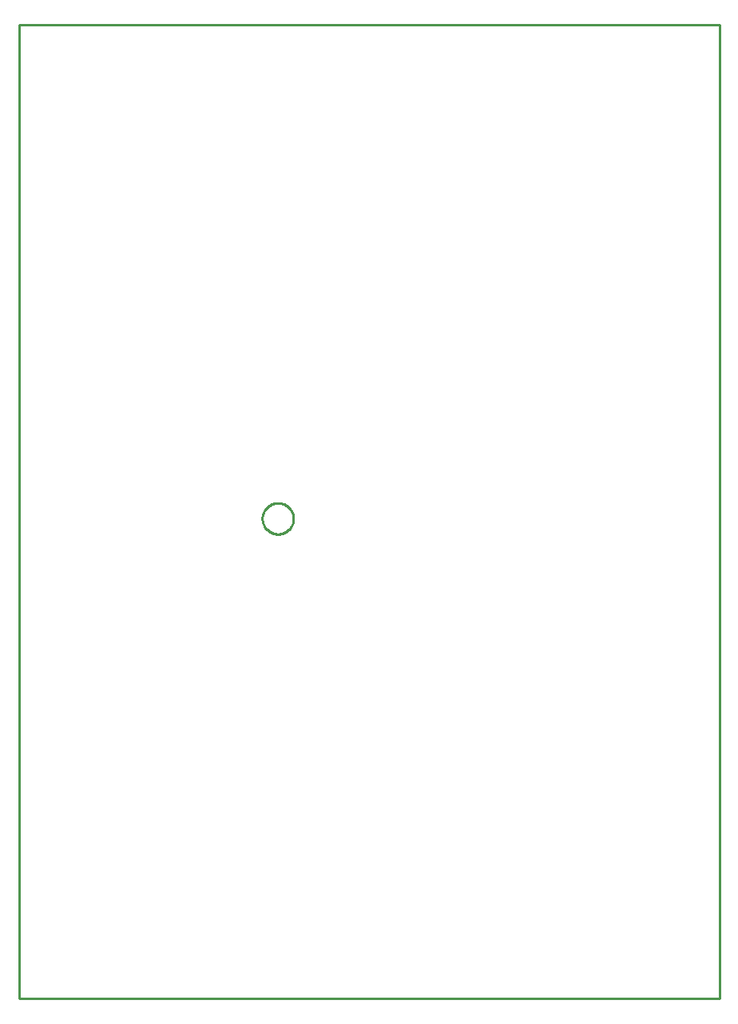
<source format=gbr>
G04 EAGLE Gerber RS-274X export*
G75*
%MOMM*%
%FSLAX34Y34*%
%LPD*%
%IN*%
%IPPOS*%
%AMOC8*
5,1,8,0,0,1.08239X$1,22.5*%
G01*
%ADD10C,0.254000*%


D10*
X-6350Y-31750D02*
X736400Y-31750D01*
X736400Y1000000D01*
X-6350Y1000000D01*
X-6350Y-31750D01*
X284798Y476345D02*
X284727Y475266D01*
X284586Y474194D01*
X284375Y473134D01*
X284095Y472090D01*
X283748Y471066D01*
X283334Y470068D01*
X282856Y469098D01*
X282315Y468162D01*
X281715Y467263D01*
X281057Y466406D01*
X280344Y465593D01*
X279580Y464829D01*
X278767Y464116D01*
X277909Y463458D01*
X277011Y462857D01*
X276074Y462317D01*
X275105Y461839D01*
X274106Y461425D01*
X273083Y461077D01*
X272039Y460798D01*
X270978Y460587D01*
X269907Y460446D01*
X268828Y460375D01*
X267747Y460375D01*
X266668Y460446D01*
X265597Y460587D01*
X264536Y460798D01*
X263492Y461077D01*
X262469Y461425D01*
X261470Y461839D01*
X260501Y462317D01*
X259564Y462857D01*
X258666Y463458D01*
X257808Y464116D01*
X256995Y464829D01*
X256231Y465593D01*
X255518Y466406D01*
X254860Y467263D01*
X254260Y468162D01*
X253719Y469098D01*
X253241Y470068D01*
X252827Y471066D01*
X252480Y472090D01*
X252200Y473134D01*
X251989Y474194D01*
X251848Y475266D01*
X251778Y476345D01*
X251778Y477425D01*
X251848Y478504D01*
X251989Y479576D01*
X252200Y480636D01*
X252480Y481680D01*
X252827Y482704D01*
X253241Y483702D01*
X253719Y484672D01*
X254260Y485608D01*
X254860Y486507D01*
X255518Y487364D01*
X256231Y488177D01*
X256995Y488942D01*
X257808Y489654D01*
X258666Y490312D01*
X259564Y490913D01*
X260501Y491453D01*
X261470Y491931D01*
X262469Y492345D01*
X263492Y492693D01*
X264536Y492972D01*
X265597Y493183D01*
X266668Y493324D01*
X267747Y493395D01*
X268828Y493395D01*
X269907Y493324D01*
X270978Y493183D01*
X272039Y492972D01*
X273083Y492693D01*
X274106Y492345D01*
X275105Y491931D01*
X276074Y491453D01*
X277011Y490913D01*
X277909Y490312D01*
X278767Y489654D01*
X279580Y488942D01*
X280344Y488177D01*
X281057Y487364D01*
X281715Y486507D01*
X282315Y485608D01*
X282856Y484672D01*
X283334Y483702D01*
X283748Y482704D01*
X284095Y481680D01*
X284375Y480636D01*
X284586Y479576D01*
X284727Y478504D01*
X284798Y477425D01*
X284798Y476345D01*
M02*

</source>
